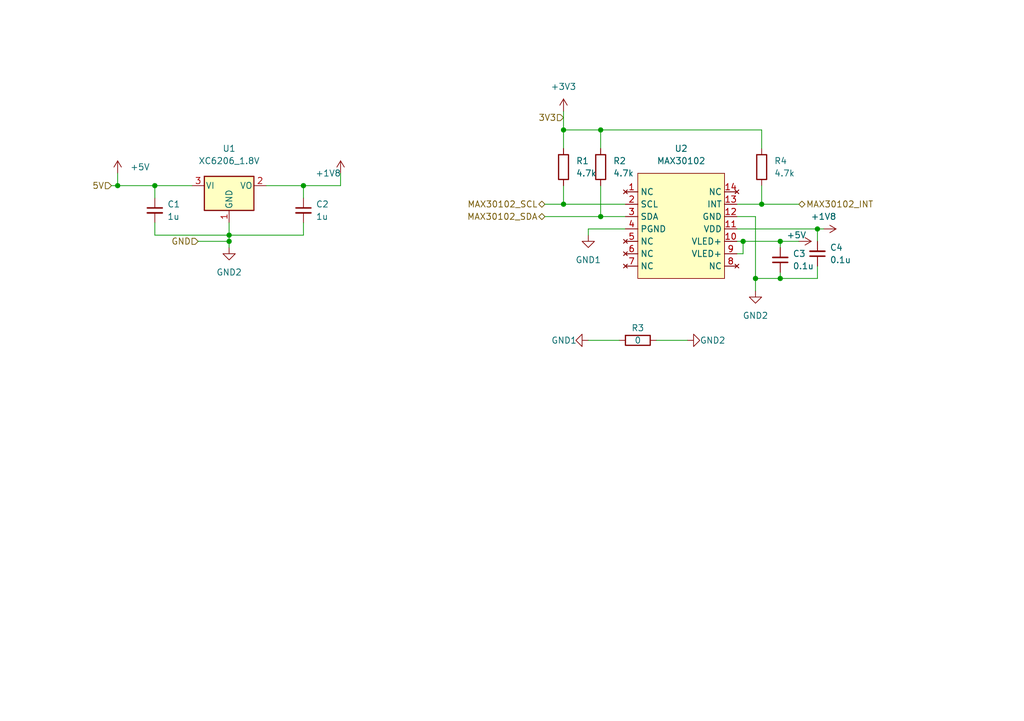
<source format=kicad_sch>
(kicad_sch (version 20211123) (generator eeschema)
  (paper "A5")
  (lib_symbols
    (symbol "Device:C_Small" (pin_numbers hide) (pin_names (offset 0.254) hide)
      (property "Reference" "C" (at 0.254 1.778 0))
      (property "Value" "C_Small" (at 0.254 -2.032 0))
      (symbol "C_Small_0_1"
        (polyline (pts (xy -1.524 -0.508) (xy 1.524 -0.508)) (stroke (width 0.3302)))
        (polyline (pts (xy -1.524 0.508) (xy 1.524 0.508)) (stroke (width 0.3048)))
      )
      (symbol "C_Small_1_1"
        (pin passive line (at 0 2.54 270) (length 2.032) (name "~") (number "1"))
        (pin passive line (at 0 -2.54 90) (length 2.032) (name "~") (number "2"))
      )
    )
    (symbol "Device:R" (pin_numbers hide) (pin_names (offset 0))
      (property "Reference" "R" (at 2.032 0 90))
      (property "Value" "R" (at 0 0 90))
      (symbol "R_0_1"
        (rectangle (start -1.016 -2.54) (end 1.016 2.54) (stroke (width 0.254)))
      )
      (symbol "R_1_1"
        (pin passive line (at 0 3.81 270) (length 1.27) (name "~") (number "1"))
        (pin passive line (at 0 -3.81 90) (length 1.27) (name "~") (number "2"))
      )
    )
    (symbol "Library:MAX30102"
      (property "Reference" "U" (at 0 -10.16 0))
      (property "Value" "MAX30102" (at 0 8.89 0))
      (symbol "MAX30102_0_1"
        (rectangle (start -8.89 10.16) (end 8.89 -11.43) (fill (type background)))
      )
      (symbol "MAX30102_1_1"
        (pin no_connect line (at -11.43 6.35 0) (length 2.54) (name "NC") (number "1"))
        (pin free line (at 11.43 -3.81 180) (length 2.54) (name "VLED+") (number "10"))
        (pin free line (at 11.43 -1.27 180) (length 2.54) (name "VDD") (number "11"))
        (pin free line (at 11.43 1.27 180) (length 2.54) (name "GND") (number "12"))
        (pin free line (at 11.43 3.81 180) (length 2.54) (name "INT") (number "13"))
        (pin no_connect line (at 11.43 6.35 180) (length 2.54) (name "NC") (number "14"))
        (pin free line (at -11.43 3.81 0) (length 2.54) (name "SCL") (number "2"))
        (pin free line (at -11.43 1.27 0) (length 2.54) (name "SDA") (number "3"))
        (pin free line (at -11.43 -1.27 0) (length 2.54) (name "PGND") (number "4"))
        (pin no_connect line (at -11.43 -3.81 0) (length 2.54) (name "NC") (number "5"))
        (pin no_connect line (at -11.43 -6.35 0) (length 2.54) (name "NC") (number "6"))
        (pin no_connect line (at -11.43 -8.89 0) (length 2.54) (name "NC") (number "7"))
        (pin no_connect line (at 11.43 -8.89 180) (length 2.54) (name "NC") (number "8"))
        (pin free line (at 11.43 -6.35 180) (length 2.54) (name "VLED+") (number "9"))
      )
    )
    (symbol "Regulator_Linear:XC6206PxxxMR" (pin_names (offset 0.254))
      (property "Reference" "U" (at -3.81 3.175 0))
      (property "Value" "XC6206PxxxMR" (at 0 3.175 0))
      (symbol "XC6206PxxxMR_0_1"
        (rectangle (start -5.08 1.905) (end 5.08 -5.08) (stroke (width 0.254)) (fill (type background)))
      )
      (symbol "XC6206PxxxMR_1_1"
        (pin power_in line (at 0 -7.62 90) (length 2.54) (name "GND") (number "1"))
        (pin power_out line (at 7.62 0 180) (length 2.54) (name "VO") (number "2"))
        (pin power_in line (at -7.62 0 0) (length 2.54) (name "VI") (number "3"))
      )
    )
    (symbol "power:+1V8" (power) (pin_names (offset 0))
      (property "Value" "+1V8" (at 0 3.556 0))
      (symbol "+1V8_0_1"
        (polyline (pts (xy -0.762 1.27) (xy 0 2.54)))
        (polyline (pts (xy 0 0) (xy 0 2.54)))
        (polyline (pts (xy 0 2.54) (xy 0.762 1.27)))
      )
      (symbol "+1V8_1_1"
        (pin power_in line (at 0 0 90) (length 0) hide (name "+1V8") (number "1"))
      )
    )
    (symbol "power:+3V3" (power) (pin_names (offset 0))
      (property "Value" "+3V3" (at 0 3.556 0))
      (symbol "+3V3_0_1"
        (polyline (pts (xy -0.762 1.27) (xy 0 2.54)))
        (polyline (pts (xy 0 0) (xy 0 2.54)))
        (polyline (pts (xy 0 2.54) (xy 0.762 1.27)))
      )
      (symbol "+3V3_1_1"
        (pin power_in line (at 0 0 90) (length 0) hide (name "+3V3") (number "1"))
      )
    )
    (symbol "power:+5V" (power) (pin_names (offset 0))
      (property "Value" "+5V" (at 0 3.556 0))
      (symbol "+5V_0_1"
        (polyline (pts (xy -0.762 1.27) (xy 0 2.54)))
        (polyline (pts (xy 0 0) (xy 0 2.54)))
        (polyline (pts (xy 0 2.54) (xy 0.762 1.27)))
      )
      (symbol "+5V_1_1"
        (pin power_in line (at 0 0 90) (length 0) hide (name "+5V") (number "1"))
      )
    )
    (symbol "power:GND1" (power) (pin_names (offset 0))
      (property "Value" "GND1" (at 0 -3.81 0))
      (symbol "GND1_0_1"
        (polyline (pts (xy 0 0) (xy 0 -1.27) (xy 1.27 -1.27) (xy 0 -2.54) (xy -1.27 -1.27) (xy 0 -1.27)))
      )
      (symbol "GND1_1_1"
        (pin power_in line (at 0 0 270) (length 0) hide (name "GND1") (number "1"))
      )
    )
    (symbol "power:GND2" (power) (pin_names (offset 0))
      (property "Value" "GND2" (at 0 -3.81 0))
      (symbol "GND2_0_1"
        (polyline (pts (xy 0 0) (xy 0 -1.27) (xy 1.27 -1.27) (xy 0 -2.54) (xy -1.27 -1.27) (xy 0 -1.27)))
      )
      (symbol "GND2_1_1"
        (pin power_in line (at 0 0 270) (length 0) hide (name "GND2") (number "1"))
      )
    )
  )
  (junction (at 160.02 57.15))
  (junction (at 115.57 41.91))
  (junction (at 123.19 26.67))
  (junction (at 156.21 41.91))
  (junction (at 46.99 48.26))
  (junction (at 154.94 57.15))
  (junction (at 115.57 26.67))
  (junction (at 62.23 38.1))
  (junction (at 152.4 49.53))
  (junction (at 46.99 49.53))
  (junction (at 160.02 49.53))
  (junction (at 123.19 44.45))
  (junction (at 24.13 38.1))
  (junction (at 31.75 38.1))
  (junction (at 167.64 46.99))
  (wire (pts (xy 54.61 38.1) (xy 62.23 38.1)))
  (wire (pts (xy 160.02 49.53) (xy 160.02 50.8)))
  (wire (pts (xy 167.64 57.15) (xy 160.02 57.15)))
  (wire (pts (xy 39.37 38.1) (xy 31.75 38.1)))
  (wire (pts (xy 154.94 44.45) (xy 154.94 57.15)))
  (wire (pts (xy 151.13 44.45) (xy 154.94 44.45)))
  (wire (pts (xy 40.64 49.53) (xy 46.99 49.53)))
  (wire (pts (xy 151.13 41.91) (xy 156.21 41.91)))
  (wire (pts (xy 151.13 49.53) (xy 152.4 49.53)))
  (wire (pts (xy 115.57 26.67) (xy 115.57 30.48)))
  (wire (pts (xy 152.4 49.53) (xy 160.02 49.53)))
  (wire (pts (xy 156.21 26.67) (xy 123.19 26.67)))
  (wire (pts (xy 123.19 44.45) (xy 128.27 44.45)))
  (wire (pts (xy 31.75 38.1) (xy 31.75 40.64)))
  (wire (pts (xy 167.64 54.61) (xy 167.64 57.15)))
  (wire (pts (xy 156.21 41.91) (xy 163.83 41.91)))
  (wire (pts (xy 154.94 57.15) (xy 154.94 59.69)))
  (wire (pts (xy 151.13 46.99) (xy 167.64 46.99)))
  (wire (pts (xy 120.65 69.85) (xy 127 69.85)))
  (wire (pts (xy 160.02 49.53) (xy 163.83 49.53)))
  (wire (pts (xy 152.4 52.07) (xy 152.4 49.53)))
  (wire (pts (xy 46.99 48.26) (xy 46.99 49.53)))
  (wire (pts (xy 151.13 52.07) (xy 152.4 52.07)))
  (wire (pts (xy 69.85 35.56) (xy 69.85 38.1)))
  (wire (pts (xy 123.19 30.48) (xy 123.19 26.67)))
  (wire (pts (xy 24.13 38.1) (xy 31.75 38.1)))
  (wire (pts (xy 115.57 22.86) (xy 115.57 26.67)))
  (wire (pts (xy 115.57 38.1) (xy 115.57 41.91)))
  (wire (pts (xy 156.21 30.48) (xy 156.21 26.67)))
  (wire (pts (xy 46.99 49.53) (xy 46.99 50.8)))
  (wire (pts (xy 160.02 55.88) (xy 160.02 57.15)))
  (wire (pts (xy 22.86 38.1) (xy 24.13 38.1)))
  (wire (pts (xy 160.02 57.15) (xy 154.94 57.15)))
  (wire (pts (xy 111.76 44.45) (xy 123.19 44.45)))
  (wire (pts (xy 167.64 46.99) (xy 167.64 49.53)))
  (wire (pts (xy 46.99 48.26) (xy 62.23 48.26)))
  (wire (pts (xy 62.23 48.26) (xy 62.23 45.72)))
  (wire (pts (xy 167.64 46.99) (xy 168.91 46.99)))
  (wire (pts (xy 123.19 38.1) (xy 123.19 44.45)))
  (wire (pts (xy 31.75 48.26) (xy 31.75 45.72)))
  (wire (pts (xy 134.62 69.85) (xy 140.97 69.85)))
  (wire (pts (xy 24.13 38.1) (xy 24.13 35.56)))
  (wire (pts (xy 62.23 38.1) (xy 62.23 40.64)))
  (wire (pts (xy 62.23 38.1) (xy 69.85 38.1)))
  (wire (pts (xy 123.19 26.67) (xy 115.57 26.67)))
  (wire (pts (xy 46.99 45.72) (xy 46.99 48.26)))
  (wire (pts (xy 120.65 46.99) (xy 120.65 48.26)))
  (wire (pts (xy 115.57 41.91) (xy 128.27 41.91)))
  (wire (pts (xy 46.99 48.26) (xy 31.75 48.26)))
  (wire (pts (xy 111.76 41.91) (xy 115.57 41.91)))
  (wire (pts (xy 156.21 41.91) (xy 156.21 38.1)))
  (wire (pts (xy 128.27 46.99) (xy 120.65 46.99)))
  (hierarchical_label "MAX30102_SDA" (shape bidirectional) (at 111.76 44.45 180))
  (hierarchical_label "MAX30102_INT" (shape bidirectional) (at 163.83 41.91 0))
  (hierarchical_label "3V3" (shape input) (at 115.57 24.13 180))
  (hierarchical_label "MAX30102_SCL" (shape bidirectional) (at 111.76 41.91 180))
  (hierarchical_label "5V" (shape input) (at 22.86 38.1 180))
  (hierarchical_label "GND" (shape input) (at 40.64 49.53 180))
  (symbol (lib_id "power:+3V3") (at 115.57 22.86 0) (unit 1)
    (property "Reference" "#PWR0109" (effects hide))
    (property "Value" "+3V3" (at 115.57 17.78 0))
  )
  (symbol (lib_id "Device:R") (at 115.57 34.29 0) (unit 1)
    (property "Reference" "R1" (at 118.11 33.0199 0) (effects (justify left)))
    (property "Value" "4.7k" (at 118.11 35.5599 0) (effects (justify left)))
    (property "Footprint" "Resistor_SMD:R_0603_1608Metric" (effects hide))
  )
  (symbol (lib_id "power:GND1") (at 120.65 48.26 0) (unit 1)
    (property "Reference" "#PWR0110" (effects hide))
    (property "Value" "GND1" (at 120.65 53.34 0))
  )
  (symbol (lib_id "power:GND2") (at 46.99 50.8 0) (unit 1)
    (property "Reference" "#PWR0107" (effects hide))
    (property "Value" "GND2" (at 46.99 55.88 0))
  )
  (symbol (lib_id "Device:C_Small") (at 31.75 43.18 0) (unit 1)
    (property "Reference" "C1" (at 34.29 41.9162 0) (effects (justify left)))
    (property "Value" "1u" (at 34.29 44.4562 0) (effects (justify left)))
    (property "Footprint" "Capacitor_SMD:C_0805_2012Metric" (effects hide))
  )
  (symbol (lib_id "power:GND2") (at 154.94 59.69 0) (unit 1)
    (property "Reference" "#PWR0103" (effects hide))
    (property "Value" "GND2" (at 154.94 64.77 0))
  )
  (symbol (lib_id "power:+5V") (at 163.83 49.53 270) (unit 1)
    (property "Reference" "#PWR0102" (effects hide))
    (property "Value" "+5V" (at 161.29 48.26 90) (effects (justify left)))
  )
  (symbol (lib_id "Library:MAX30102") (at 139.7 45.72 0) (unit 1)
    (property "Reference" "U2" (at 139.7 30.48 0))
    (property "Value" "MAX30102" (at 139.7 33.02 0))
    (property "Footprint" "OptoDevice:Maxim_OLGA-14_3.3x5.6mm_P0.8mm" (effects hide))
  )
  (symbol (lib_id "Regulator_Linear:XC6206PxxxMR") (at 46.99 38.1 0) (unit 1)
    (property "Reference" "U1" (at 46.99 30.48 0))
    (property "Value" "XC6206_1.8V" (at 46.99 33.02 0))
    (property "Footprint" "Package_TO_SOT_SMD:SOT-23" (effects hide))
    (property "Datasheet" "https://www.torexsemi.com/file/xc6206/XC6206.pdf" (effects hide))
  )
  (symbol (lib_id "Device:C_Small") (at 62.23 43.18 0) (unit 1)
    (property "Reference" "C2" (at 64.77 41.9162 0) (effects (justify left)))
    (property "Value" "1u" (at 64.77 44.4562 0) (effects (justify left)))
    (property "Footprint" "Capacitor_SMD:C_0805_2012Metric" (effects hide))
  )
  (symbol (lib_id "Device:R") (at 130.81 69.85 90) (unit 1)
    (property "Reference" "R3" (at 130.81 67.31 90))
    (property "Value" "0" (at 130.81 69.85 90))
    (property "Footprint" "Resistor_SMD:R_0603_1608Metric" (effects hide))
  )
  (symbol (lib_id "power:GND1") (at 120.65 69.85 270) (unit 1)
    (property "Reference" "#PWR0105" (effects hide))
    (property "Value" "GND1" (at 113.03 69.85 90) (effects (justify left)))
  )
  (symbol (lib_id "power:GND2") (at 140.97 69.85 90) (unit 1)
    (property "Reference" "#PWR0104" (effects hide))
    (property "Value" "GND2" (at 143.51 69.85 90) (effects (justify right)))
  )
  (symbol (lib_id "Device:C_Small") (at 160.02 53.34 180) (unit 1)
    (property "Reference" "C3" (at 162.56 52.0635 0) (effects (justify right)))
    (property "Value" "0.1u" (at 162.56 54.6035 0) (effects (justify right)))
    (property "Footprint" "Capacitor_SMD:C_0603_1608Metric" (effects hide))
  )
  (symbol (lib_id "power:+1V8") (at 168.91 46.99 270) (unit 1)
    (property "Reference" "#PWR0101" (effects hide))
    (property "Value" "+1V8" (at 168.91 44.45 90))
  )
  (symbol (lib_id "Device:C_Small") (at 167.64 52.07 180) (unit 1)
    (property "Reference" "C4" (at 170.18 50.7935 0) (effects (justify right)))
    (property "Value" "0.1u" (at 170.18 53.3335 0) (effects (justify right)))
    (property "Footprint" "Capacitor_SMD:C_0603_1608Metric" (effects hide))
  )
  (symbol (lib_id "Device:R") (at 156.21 34.29 0) (unit 1)
    (property "Reference" "R4" (at 158.75 33.0199 0) (effects (justify left)))
    (property "Value" "4.7k" (at 158.75 35.5599 0) (effects (justify left)))
    (property "Footprint" "Resistor_SMD:R_0603_1608Metric" (effects hide))
  )
  (symbol (lib_id "power:+5V") (at 24.13 35.56 0) (unit 1)
    (property "Reference" "#PWR0108" (effects hide))
    (property "Value" "+5V" (at 26.67 34.2899 0) (effects (justify left)))
  )
  (symbol (lib_id "power:+1V8") (at 69.85 35.56 0) (unit 1)
    (property "Reference" "#PWR0106" (effects hide))
    (property "Value" "+1V8" (at 67.31 35.56 0))
  )
  (symbol (lib_id "Device:R") (at 123.19 34.29 0) (unit 1)
    (property "Reference" "R2" (at 125.73 33.0199 0) (effects (justify left)))
    (property "Value" "4.7k" (at 125.73 35.5599 0) (effects (justify left)))
    (property "Footprint" "Resistor_SMD:R_0603_1608Metric" (effects hide))
  )
)
</source>
